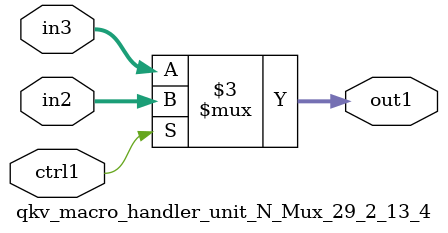
<source format=v>

`timescale 1ps / 1ps


module qkv_macro_handler_unit_N_Mux_29_2_13_4( in3, in2, ctrl1, out1 );

    input [28:0] in3;
    input [28:0] in2;
    input ctrl1;
    output [28:0] out1;
    reg [28:0] out1;

    
    // rtl_process:qkv_macro_handler_unit_N_Mux_29_2_13_4/qkv_macro_handler_unit_N_Mux_29_2_13_4_thread_1
    always @*
      begin : qkv_macro_handler_unit_N_Mux_29_2_13_4_thread_1
        case (ctrl1) 
          1'b1: 
            begin
              out1 = in2;
            end
          default: 
            begin
              out1 = in3;
            end
        endcase
      end

endmodule


</source>
